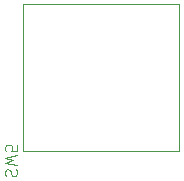
<source format=gbr>
%TF.GenerationSoftware,KiCad,Pcbnew,9.0.0*%
%TF.CreationDate,2025-04-14T10:39:46-04:00*%
%TF.ProjectId,rightPCB,72696768-7450-4434-922e-6b696361645f,rev?*%
%TF.SameCoordinates,Original*%
%TF.FileFunction,Legend,Bot*%
%TF.FilePolarity,Positive*%
%FSLAX46Y46*%
G04 Gerber Fmt 4.6, Leading zero omitted, Abs format (unit mm)*
G04 Created by KiCad (PCBNEW 9.0.0) date 2025-04-14 10:39:46*
%MOMM*%
%LPD*%
G01*
G04 APERTURE LIST*
%ADD10C,0.100000*%
G04 APERTURE END LIST*
D10*
X214790200Y-75433332D02*
X214742580Y-75290475D01*
X214742580Y-75290475D02*
X214742580Y-75052380D01*
X214742580Y-75052380D02*
X214790200Y-74957142D01*
X214790200Y-74957142D02*
X214837819Y-74909523D01*
X214837819Y-74909523D02*
X214933057Y-74861904D01*
X214933057Y-74861904D02*
X215028295Y-74861904D01*
X215028295Y-74861904D02*
X215123533Y-74909523D01*
X215123533Y-74909523D02*
X215171152Y-74957142D01*
X215171152Y-74957142D02*
X215218771Y-75052380D01*
X215218771Y-75052380D02*
X215266390Y-75242856D01*
X215266390Y-75242856D02*
X215314009Y-75338094D01*
X215314009Y-75338094D02*
X215361628Y-75385713D01*
X215361628Y-75385713D02*
X215456866Y-75433332D01*
X215456866Y-75433332D02*
X215552104Y-75433332D01*
X215552104Y-75433332D02*
X215647342Y-75385713D01*
X215647342Y-75385713D02*
X215694961Y-75338094D01*
X215694961Y-75338094D02*
X215742580Y-75242856D01*
X215742580Y-75242856D02*
X215742580Y-75004761D01*
X215742580Y-75004761D02*
X215694961Y-74861904D01*
X215742580Y-74528570D02*
X214742580Y-74290475D01*
X214742580Y-74290475D02*
X215456866Y-74099999D01*
X215456866Y-74099999D02*
X214742580Y-73909523D01*
X214742580Y-73909523D02*
X215742580Y-73671428D01*
X215742580Y-72814285D02*
X215742580Y-73290475D01*
X215742580Y-73290475D02*
X215266390Y-73338094D01*
X215266390Y-73338094D02*
X215314009Y-73290475D01*
X215314009Y-73290475D02*
X215361628Y-73195237D01*
X215361628Y-73195237D02*
X215361628Y-72957142D01*
X215361628Y-72957142D02*
X215314009Y-72861904D01*
X215314009Y-72861904D02*
X215266390Y-72814285D01*
X215266390Y-72814285D02*
X215171152Y-72766666D01*
X215171152Y-72766666D02*
X214933057Y-72766666D01*
X214933057Y-72766666D02*
X214837819Y-72814285D01*
X214837819Y-72814285D02*
X214790200Y-72861904D01*
X214790200Y-72861904D02*
X214742580Y-72957142D01*
X214742580Y-72957142D02*
X214742580Y-73195237D01*
X214742580Y-73195237D02*
X214790200Y-73290475D01*
X214790200Y-73290475D02*
X214837819Y-73338094D01*
%TO.C,SW5*%
X229500000Y-73300000D02*
X216300000Y-73300000D01*
X216300000Y-60900000D01*
X229500000Y-60900000D01*
X229500000Y-73300000D01*
%TD*%
M02*

</source>
